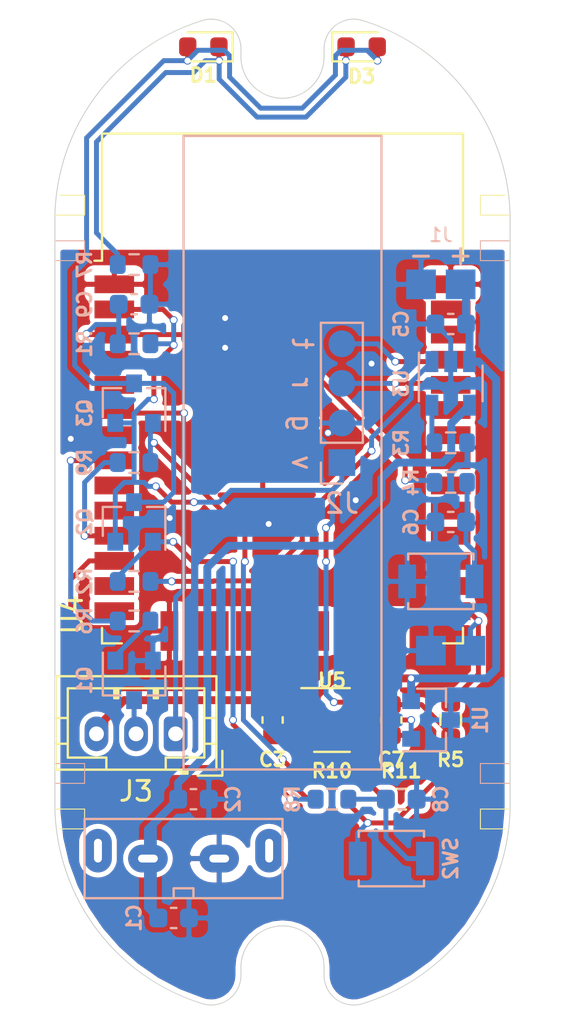
<source format=kicad_pcb>
(kicad_pcb (version 20171130) (host pcbnew "(5.1.10)-1")
  (layers (0 F.Cu signal) (31 B.Cu signal) (34 B.Paste user) (35 F.Paste user) (36 B.SilkS user) (37 F.SilkS user) (38 B.Mask user) (39 F.Mask user) (44 Edge.Cuts user))
  (net 0 "")
  (net 1 Earth)
  (net 2 VBUS)
  (net 3 BATT)
  (net 4 +3V3)
  (net 5 "Net-(C6-Pad1)")
  (net 6 "Net-(C8-Pad1)")
  (net 7 "Net-(D1-Pad1)")
  (net 8 LED)
  (net 9 RX)
  (net 10 TX)
  (net 11 IR_SENS)
  (net 12 "Net-(J3-Pad2)")
  (net 13 "Net-(Q1-Pad1)")
  (net 14 "Net-(R3-Pad1)")
  (net 15 EN)
  (net 16 BOOT)
  (net 17 IR_EN)
  (net 18 BTN)
  (net 19 "Net-(Q2-Pad1)")
  (net 20 "Net-(Q3-Pad1)")
  (net 21 CHRG)
  (net 22 "Net-(U1-Pad1)")
  (net 23 "Net-(D1-Pad2)")
  (module Resistor_SMD:R_0603_1608Metric (layer F.Cu) (at 17.5 39.5)
    (fp_text reference R11 (at 0 -1.43) (layer F.SilkS) (effects (font (size 0.7 0.7))))
    (fp_text value 33k)
    (pad 2 smd roundrect (at 0.825 0) (size 0.8 0.95) (layers F.Cu F.Paste F.Mask) (net 4 +3V3))
    (pad 1 smd roundrect (at -0.825 0) (size 0.8 0.95) (layers F.Cu F.Paste F.Mask) (net 20 "Net-(Q3-Pad1)"))
  )
  (module Resistor_SMD:R_0603_1608Metric (layer F.Cu) (at 14 39.5)
    (fp_text reference R10 (at 0 -1.43) (layer F.SilkS) (effects (font (size 0.7 0.7))))
    (fp_text value 33k)
    (pad 2 smd roundrect (at 0.825 0) (size 0.8 0.95) (layers F.Cu F.Paste F.Mask) (net 4 +3V3))
    (pad 1 smd roundrect (at -0.825 0) (size 0.8 0.95) (layers F.Cu F.Paste F.Mask) (net 19 "Net-(Q2-Pad1)"))
  )
  (module Connector_JST:JST_PH_B3B-PH-K_1x03_P2.00mm_Vertical (layer F.Cu) (at 6.1 36.2 180)
    (fp_text reference J3 (at 2 -2.9) (layer F.SilkS))
    (fp_text value GP2Y0A41SK0F)
    (pad 3 thru_hole oval (at 4 0 180) (size 1.2 1.75) (drill 0.75) (layers *.Cu *.Mask) (net 3 BATT))
    (pad 2 thru_hole oval (at 2 0 180) (size 1.2 1.75) (drill 0.75) (layers *.Cu *.Mask) (net 12 "Net-(J3-Pad2)"))
    (pad 1 thru_hole roundrect (at 0 0 180) (size 1.2 1.75) (drill 0.75) (layers *.Cu *.Mask) (roundrect_rratio 0.2083325) (net 11 IR_SENS))
  )
  (module tp:boot (layer B.Cu) (at 20.5 13.5 180)
    (fp_text reference J1 (at 1 2.5) (layer B.SilkS) (effects (font (size 0.7 0.7) (thickness 0.1)) (justify mirror)))
    (fp_text value Batt)
    (pad 2 smd rect (at 2 0 180) (size 1.5 1.5) (layers B.Cu B.Paste B.Mask) (net 1 Earth))
    (pad 1 smd rect (at 0 0 180) (size 1.5 1.5) (layers B.Cu B.Paste B.Mask) (net 3 BATT))
  )
  (module LED_SMD:LED_0603_1608Metric (layer F.Cu) (at 7.5 1.5 180)
    (fp_text reference D1 (at 0 -1.43) (layer F.SilkS) (effects (font (size 0.7 0.7))))
    (fp_text value LED/1608)
    (pad 2 smd roundrect (at 0.7875 0 180) (size 0.875 0.95) (layers F.Cu F.Paste F.Mask) (net 23 "Net-(D1-Pad2)"))
    (pad 1 smd roundrect (at -0.7875 0 180) (size 0.875 0.95) (layers F.Cu F.Paste F.Mask) (net 7 "Net-(D1-Pad1)"))
  )
  (module Package_TO_SOT_SMD:SOT-23-5 (layer F.Cu) (at 14 35.5)
    (fp_text reference U5 (at 0 -2 180) (layer F.SilkS) (effects (font (size 0.7 0.7))))
    (fp_text value MCP1802T-3302I/OT)
    (pad 5 smd rect (at 1.1 -0.95) (size 1.06 0.65) (layers F.Cu F.Paste F.Mask) (net 4 +3V3))
    (pad 4 smd rect (at 1.1 0.95) (size 1.06 0.65) (layers F.Cu F.Paste F.Mask))
    (pad 3 smd rect (at -1.1 0.95) (size 1.06 0.65) (layers F.Cu F.Paste F.Mask) (net 22 "Net-(U1-Pad1)"))
    (pad 2 smd rect (at -1.1 0) (size 1.06 0.65) (layers F.Cu F.Paste F.Mask) (net 1 Earth))
    (pad 1 smd rect (at -1.1 -0.95) (size 1.06 0.65) (layers F.Cu F.Paste F.Mask) (net 3 BATT))
  )
  (module RF_Module:ESP32-WROOM-32 (layer F.Cu) (at 11.5 21.75)
    (fp_text reference U4 (at -10.61 8.43 90) (layer F.SilkS))
    (fp_text value ESP32-WROOM-32E)
    (pad 38 smd rect (at 8.5 -8.255) (size 2 0.9) (layers F.Cu F.Paste F.Mask) (net 1 Earth))
    (pad 37 smd rect (at 8.5 -6.985) (size 2 0.9) (layers F.Cu F.Paste F.Mask))
    (pad 36 smd rect (at 8.5 -5.715) (size 2 0.9) (layers F.Cu F.Paste F.Mask))
    (pad 35 smd rect (at 8.5 -4.445) (size 2 0.9) (layers F.Cu F.Paste F.Mask) (net 10 TX))
    (pad 34 smd rect (at 8.5 -3.175) (size 2 0.9) (layers F.Cu F.Paste F.Mask) (net 9 RX))
    (pad 33 smd rect (at 8.5 -1.905) (size 2 0.9) (layers F.Cu F.Paste F.Mask))
    (pad 32 smd rect (at 8.5 -0.635) (size 2 0.9) (layers F.Cu F.Paste F.Mask))
    (pad 31 smd rect (at 8.5 0.635) (size 2 0.9) (layers F.Cu F.Paste F.Mask))
    (pad 30 smd rect (at 8.5 1.905) (size 2 0.9) (layers F.Cu F.Paste F.Mask))
    (pad 29 smd rect (at 8.5 3.175) (size 2 0.9) (layers F.Cu F.Paste F.Mask))
    (pad 28 smd rect (at 8.5 4.445) (size 2 0.9) (layers F.Cu F.Paste F.Mask))
    (pad 27 smd rect (at 8.5 5.715) (size 2 0.9) (layers F.Cu F.Paste F.Mask))
    (pad 26 smd rect (at 8.5 6.985) (size 2 0.9) (layers F.Cu F.Paste F.Mask))
    (pad 25 smd rect (at 8.5 8.255) (size 2 0.9) (layers F.Cu F.Paste F.Mask) (net 16 BOOT))
    (pad 24 smd rect (at 5.715 9.255 90) (size 2 0.9) (layers F.Cu F.Paste F.Mask))
    (pad 23 smd rect (at 4.445 9.255 90) (size 2 0.9) (layers F.Cu F.Paste F.Mask))
    (pad 22 smd rect (at 3.175 9.255 90) (size 2 0.9) (layers F.Cu F.Paste F.Mask))
    (pad 21 smd rect (at 1.905 9.255 90) (size 2 0.9) (layers F.Cu F.Paste F.Mask))
    (pad 20 smd rect (at 0.635 9.255 90) (size 2 0.9) (layers F.Cu F.Paste F.Mask))
    (pad 19 smd rect (at -0.635 9.255 90) (size 2 0.9) (layers F.Cu F.Paste F.Mask))
    (pad 18 smd rect (at -1.905 9.255 90) (size 2 0.9) (layers F.Cu F.Paste F.Mask))
    (pad 17 smd rect (at -3.175 9.255 90) (size 2 0.9) (layers F.Cu F.Paste F.Mask))
    (pad 16 smd rect (at -4.445 9.255 90) (size 2 0.9) (layers F.Cu F.Paste F.Mask))
    (pad 15 smd rect (at -5.715 9.255 90) (size 2 0.9) (layers F.Cu F.Paste F.Mask) (net 1 Earth))
    (pad 14 smd rect (at -8.5 8.255) (size 2 0.9) (layers F.Cu F.Paste F.Mask))
    (pad 13 smd rect (at -8.5 6.985) (size 2 0.9) (layers F.Cu F.Paste F.Mask))
    (pad 12 smd rect (at -8.5 5.715) (size 2 0.9) (layers F.Cu F.Paste F.Mask) (net 18 BTN))
    (pad 11 smd rect (at -8.5 4.445) (size 2 0.9) (layers F.Cu F.Paste F.Mask) (net 8 LED))
    (pad 10 smd rect (at -8.5 3.175) (size 2 0.9) (layers F.Cu F.Paste F.Mask))
    (pad 9 smd rect (at -8.5 1.905) (size 2 0.9) (layers F.Cu F.Paste F.Mask))
    (pad 8 smd rect (at -8.5 0.635) (size 2 0.9) (layers F.Cu F.Paste F.Mask) (net 17 IR_EN))
    (pad 7 smd rect (at -8.5 -0.635) (size 2 0.9) (layers F.Cu F.Paste F.Mask))
    (pad 6 smd rect (at -8.5 -1.905) (size 2 0.9) (layers F.Cu F.Paste F.Mask) (net 11 IR_SENS))
    (pad 5 smd rect (at -8.5 -3.175) (size 2 0.9) (layers F.Cu F.Paste F.Mask))
    (pad 4 smd rect (at -8.5 -4.445) (size 2 0.9) (layers F.Cu F.Paste F.Mask))
    (pad 3 smd rect (at -8.5 -5.715) (size 2 0.9) (layers F.Cu F.Paste F.Mask) (net 15 EN))
    (pad 2 smd rect (at -8.5 -6.985) (size 2 0.9) (layers F.Cu F.Paste F.Mask) (net 4 +3V3))
    (pad 1 smd rect (at -8.5 -8.255) (size 2 0.9) (layers F.Cu F.Paste F.Mask) (net 1 Earth))
    (pad 39 smd rect (at -1 -0.755) (size 5 5) (layers F.Cu F.Paste F.Mask) (net 1 Earth))
  )
  (module Package_TO_SOT_SMD:SOT-23-5 (layer B.Cu) (at 20 18.5 270)
    (fp_text reference U3 (at 0 2.5 90) (layer B.SilkS) (effects (font (size 0.7 0.7)) (justify mirror)))
    (fp_text value MCP73831)
    (pad 5 smd rect (at 1.1 0.95 270) (size 1.06 0.65) (layers B.Cu B.Paste B.Mask) (net 14 "Net-(R3-Pad1)"))
    (pad 4 smd rect (at 1.1 -0.95 270) (size 1.06 0.65) (layers B.Cu B.Paste B.Mask) (net 2 VBUS))
    (pad 3 smd rect (at -1.1 -0.95 270) (size 1.06 0.65) (layers B.Cu B.Paste B.Mask) (net 3 BATT))
    (pad 2 smd rect (at -1.1 0 270) (size 1.06 0.65) (layers B.Cu B.Paste B.Mask) (net 1 Earth))
    (pad 1 smd rect (at -1.1 0.95 270) (size 1.06 0.65) (layers B.Cu B.Paste B.Mask) (net 21 CHRG))
  )
  (module ali_Connector:USB_CType_2Pin (layer B.Cu) (at 6.5 42.5 180)
    (fp_text reference U2 hide)
    (fp_text value USB_CType_2Pin)
    (pad 9 thru_hole oval (at 1.8 0 180) (size 2 1.4) (drill oval 1 0.4) (layers *.Cu *.Mask) (net 2 VBUS))
    (pad 12 thru_hole oval (at -1.8 0 180) (size 2 1.4) (drill oval 1 0.4) (layers *.Cu *.Mask) (net 1 Earth))
    (pad "" thru_hole oval (at 4.325 0.4 180) (size 1.4 2.2) (drill oval 0.4 1.2) (layers *.Cu *.Mask))
    (pad "" thru_hole oval (at -4.325 0.4 180) (size 1.4 2.2) (drill oval 0.4 1.2) (layers *.Cu *.Mask))
  )
  (module Package_TO_SOT_SMD:SOT-23 (layer B.Cu) (at 19 35.5)
    (fp_text reference U1 (at 2.5 0 90) (layer B.SilkS) (effects (font (size 0.7 0.7)) (justify mirror)))
    (fp_text value MCP100-315D)
    (pad 3 smd rect (at 1 0) (size 0.9 0.8) (layers B.Cu B.Paste B.Mask) (net 1 Earth))
    (pad 2 smd rect (at -1 -0.95) (size 0.9 0.8) (layers B.Cu B.Paste B.Mask) (net 3 BATT))
    (pad 1 smd rect (at -1 0.95) (size 0.9 0.8) (layers B.Cu B.Paste B.Mask) (net 22 "Net-(U1-Pad1)"))
  )
  (module tp:boot (layer B.Cu) (at 19 32)
    (fp_text reference TP1 hide)
    (fp_text value TestPoint_2Pole)
    (pad 2 smd rect (at 2 0) (size 1.5 1.5) (layers B.Cu B.Paste B.Mask) (net 16 BOOT))
    (pad 1 smd rect (at 0 0) (size 1.5 1.5) (layers B.Cu B.Paste B.Mask) (net 1 Earth))
  )
  (module Button_Switch_SMD:SW_SPST_B3U-1000P (layer B.Cu) (at 17 42.5)
    (fp_text reference SW2 (at 3 0 90) (layer B.SilkS) (effects (font (size 0.7 0.7)) (justify mirror)))
    (fp_text value "Pairing Btn")
    (pad 2 smd rect (at 1.7 0) (size 0.9 1.7) (layers B.Cu B.Paste B.Mask) (net 6 "Net-(C8-Pad1)"))
    (pad 1 smd rect (at -1.7 0) (size 0.9 1.7) (layers B.Cu B.Paste B.Mask) (net 4 +3V3))
  )
  (module Button_Switch_SMD:SW_SPST_B3U-1000P (layer B.Cu) (at 19.5 28.5)
    (fp_text reference SW1 hide)
    (fp_text value "EN Btn")
    (pad 2 smd rect (at 1.7 0) (size 0.9 1.7) (layers B.Cu B.Paste B.Mask) (net 5 "Net-(C6-Pad1)"))
    (pad 1 smd rect (at -1.7 0) (size 0.9 1.7) (layers B.Cu B.Paste B.Mask) (net 1 Earth))
  )
  (module Resistor_SMD:R_0603_1608Metric (layer B.Cu) (at 4 22.5)
    (fp_text reference R9 (at -2.5 0 90) (layer B.SilkS) (effects (font (size 0.7 0.7)) (justify mirror)))
    (fp_text value 33k)
    (pad 2 smd roundrect (at 0.825 0) (size 0.8 0.95) (layers B.Cu B.Paste B.Mask) (net 20 "Net-(Q3-Pad1)"))
    (pad 1 smd roundrect (at -0.825 0) (size 0.8 0.95) (layers B.Cu B.Paste B.Mask) (net 8 LED))
  )
  (module Resistor_SMD:R_0603_1608Metric (layer B.Cu) (at 14 39.5)
    (fp_text reference R8 (at -2 0 90) (layer B.SilkS) (effects (font (size 0.7 0.7)) (justify mirror)))
    (fp_text value 1k)
    (pad 2 smd roundrect (at 0.825 0) (size 0.8 0.95) (layers B.Cu B.Paste B.Mask) (net 6 "Net-(C8-Pad1)"))
    (pad 1 smd roundrect (at -0.825 0) (size 0.8 0.95) (layers B.Cu B.Paste B.Mask) (net 18 BTN))
  )
  (module Resistor_SMD:R_0603_1608Metric (layer B.Cu) (at 4 12.5 180)
    (fp_text reference R7 (at 2.5 0 90) (layer B.SilkS) (effects (font (size 0.7 0.7)) (justify mirror)))
    (fp_text value 1k)
    (pad 2 smd roundrect (at 0.825 0 180) (size 0.8 0.95) (layers B.Cu B.Paste B.Mask) (net 7 "Net-(D1-Pad1)"))
    (pad 1 smd roundrect (at -0.825 0 180) (size 0.8 0.95) (layers B.Cu B.Paste B.Mask) (net 1 Earth))
  )
  (module Resistor_SMD:R_0603_1608Metric (layer B.Cu) (at 4 30.5 180)
    (fp_text reference R6 (at 2.5 0 90) (layer B.SilkS) (effects (font (size 0.7 0.7)) (justify mirror)))
    (fp_text value 100)
    (pad 2 smd roundrect (at 0.825 0 180) (size 0.8 0.95) (layers B.Cu B.Paste B.Mask) (net 17 IR_EN))
    (pad 1 smd roundrect (at -0.825 0 180) (size 0.8 0.95) (layers B.Cu B.Paste B.Mask) (net 13 "Net-(Q1-Pad1)"))
  )
  (module Resistor_SMD:R_0603_1608Metric_Pad0.98x0.95mm_HandSolder (layer F.Cu) (at 20 35.5 270)
    (fp_text reference R5 (at 2 0 180) (layer F.SilkS) (effects (font (size 0.7 0.7))))
    (fp_text value 10k)
    (pad 2 smd roundrect (at 0.9125 0 270) (size 0.975 0.95) (layers F.Cu F.Paste F.Mask) (net 4 +3V3))
    (pad 1 smd roundrect (at -0.9125 0 270) (size 0.975 0.95) (layers F.Cu F.Paste F.Mask) (net 16 BOOT))
  )
  (module Resistor_SMD:R_0603_1608Metric (layer B.Cu) (at 20 23.5)
    (fp_text reference R4 (at -2 0 90) (layer B.SilkS) (effects (font (size 0.7 0.7)) (justify mirror)))
    (fp_text value 0)
    (pad 2 smd roundrect (at 0.825 0) (size 0.8 0.95) (layers B.Cu B.Paste B.Mask) (net 5 "Net-(C6-Pad1)"))
    (pad 1 smd roundrect (at -0.825 0) (size 0.8 0.95) (layers B.Cu B.Paste B.Mask) (net 15 EN))
  )
  (module Resistor_SMD:R_0603_1608Metric (layer B.Cu) (at 20 21.5)
    (fp_text reference R3 (at -2.5 0 90) (layer B.SilkS) (effects (font (size 0.7 0.7)) (justify mirror)))
    (fp_text value 2k)
    (pad 2 smd roundrect (at 0.825 0) (size 0.8 0.95) (layers B.Cu B.Paste B.Mask) (net 1 Earth))
    (pad 1 smd roundrect (at -0.825 0) (size 0.8 0.95) (layers B.Cu B.Paste B.Mask) (net 14 "Net-(R3-Pad1)"))
  )
  (module Resistor_SMD:R_0603_1608Metric (layer B.Cu) (at 4 28.5 180)
    (fp_text reference R2 (at 2.5 0 90) (layer B.SilkS) (effects (font (size 0.7 0.7)) (justify mirror)))
    (fp_text value 33k)
    (pad 2 smd roundrect (at 0.825 0 180) (size 0.8 0.95) (layers B.Cu B.Paste B.Mask) (net 19 "Net-(Q2-Pad1)"))
    (pad 1 smd roundrect (at -0.825 0 180) (size 0.8 0.95) (layers B.Cu B.Paste B.Mask) (net 21 CHRG))
  )
  (module Resistor_SMD:R_0603_1608Metric (layer B.Cu) (at 4 16.5)
    (fp_text reference R1 (at -2.5 0 90) (layer B.SilkS) (effects (font (size 0.7 0.7)) (justify mirror)))
    (fp_text value 10k)
    (pad 2 smd roundrect (at 0.825 0) (size 0.8 0.95) (layers B.Cu B.Paste B.Mask) (net 4 +3V3))
    (pad 1 smd roundrect (at -0.825 0) (size 0.8 0.95) (layers B.Cu B.Paste B.Mask) (net 15 EN))
  )
  (module Package_TO_SOT_SMD:SOT-23 (layer B.Cu) (at 4 19.5 90)
    (fp_text reference Q3 (at -0.5 -2.5 270) (layer B.SilkS) (effects (font (size 0.7 0.7)) (justify mirror)))
    (fp_text value BC856B,215)
    (pad 3 smd rect (at 1 0 90) (size 0.9 0.8) (layers B.Cu B.Paste B.Mask) (net 23 "Net-(D1-Pad2)"))
    (pad 2 smd rect (at -1 -0.95 90) (size 0.9 0.8) (layers B.Cu B.Paste B.Mask) (net 4 +3V3))
    (pad 1 smd rect (at -1 0.95 90) (size 0.9 0.8) (layers B.Cu B.Paste B.Mask) (net 20 "Net-(Q3-Pad1)"))
  )
  (module Package_TO_SOT_SMD:SOT-23 (layer B.Cu) (at 4 25.5 90)
    (fp_text reference Q2 (at 0 -2.5 270) (layer B.SilkS) (effects (font (size 0.7 0.7)) (justify mirror)))
    (fp_text value BC856B,215)
    (pad 3 smd rect (at 1 0 90) (size 0.9 0.8) (layers B.Cu B.Paste B.Mask) (net 23 "Net-(D1-Pad2)"))
    (pad 2 smd rect (at -1 -0.95 90) (size 0.9 0.8) (layers B.Cu B.Paste B.Mask) (net 4 +3V3))
    (pad 1 smd rect (at -1 0.95 90) (size 0.9 0.8) (layers B.Cu B.Paste B.Mask) (net 19 "Net-(Q2-Pad1)"))
  )
  (module Package_TO_SOT_SMD:SOT-23 (layer B.Cu) (at 4 33.5 270)
    (fp_text reference Q1 (at 0 2.5 270) (layer B.SilkS) (effects (font (size 0.7 0.7)) (justify mirror)))
    (fp_text value npn)
    (pad 3 smd rect (at 1 0 270) (size 0.9 0.8) (layers B.Cu B.Paste B.Mask) (net 12 "Net-(J3-Pad2)"))
    (pad 2 smd rect (at -1 -0.95 270) (size 0.9 0.8) (layers B.Cu B.Paste B.Mask) (net 1 Earth))
    (pad 1 smd rect (at -1 0.95 270) (size 0.9 0.8) (layers B.Cu B.Paste B.Mask) (net 13 "Net-(Q1-Pad1)"))
  )
  (module Connector_PinHeader_2.00mm:PinHeader_1x04_P2.00mm_Vertical (layer B.Cu) (at 14.5 22.5)
    (fp_text reference J2 (at 0 2.06) (layer B.SilkS) (effects (justify mirror)))
    (fp_text value ISP)
    (pad 4 smd oval (at 0 -6) (size 1.35 1.35) (layers B.Cu B.Paste B.Mask) (net 10 TX))
    (pad 3 smd oval (at 0 -4) (size 1.35 1.35) (layers B.Cu B.Paste B.Mask) (net 9 RX))
    (pad 2 smd oval (at 0 -2) (size 1.35 1.35) (layers B.Cu B.Paste B.Mask) (net 1 Earth))
    (pad 1 smd rect (at 0 0) (size 1.35 1.35) (layers B.Cu B.Paste B.Mask) (net 4 +3V3))
  )
  (module LED_SMD:LED_0603_1608Metric (layer F.Cu) (at 15.5 1.5)
    (fp_text reference D3 (at 0 1.5) (layer F.SilkS) (effects (font (size 0.7 0.7))))
    (fp_text value LED/1608)
    (pad 2 smd roundrect (at 0.7875 0) (size 0.875 0.95) (layers F.Cu F.Paste F.Mask) (net 23 "Net-(D1-Pad2)"))
    (pad 1 smd roundrect (at -0.7875 0) (size 0.875 0.95) (layers F.Cu F.Paste F.Mask) (net 7 "Net-(D1-Pad1)"))
  )
  (module Capacitor_SMD:C_0603_1608Metric (layer B.Cu) (at 4 14.5)
    (fp_text reference C9 (at -2.5 0 90) (layer B.SilkS) (effects (font (size 0.7 0.7)) (justify mirror)))
    (fp_text value 1u)
    (pad 2 smd roundrect (at 0.775 0) (size 0.9 0.95) (layers B.Cu B.Paste B.Mask) (net 1 Earth))
    (pad 1 smd roundrect (at -0.775 0) (size 0.9 0.95) (layers B.Cu B.Paste B.Mask) (net 15 EN))
  )
  (module Capacitor_SMD:C_0603_1608Metric (layer B.Cu) (at 17.5 39.5)
    (fp_text reference C8 (at 2 0 90) (layer B.SilkS) (effects (font (size 0.7 0.7)) (justify mirror)))
    (fp_text value 100n)
    (pad 2 smd roundrect (at 0.775 0) (size 0.9 0.95) (layers B.Cu B.Paste B.Mask) (net 1 Earth))
    (pad 1 smd roundrect (at -0.775 0) (size 0.9 0.95) (layers B.Cu B.Paste B.Mask) (net 6 "Net-(C8-Pad1)"))
  )
  (module Capacitor_SMD:C_0603_1608Metric (layer F.Cu) (at 17 35.5 270)
    (fp_text reference C7 (at 2 0 180) (layer F.SilkS) (effects (font (size 0.7 0.7))))
    (fp_text value 100n)
    (pad 2 smd roundrect (at 0.775 0 270) (size 0.9 0.95) (layers F.Cu F.Paste F.Mask) (net 1 Earth))
    (pad 1 smd roundrect (at -0.775 0 270) (size 0.9 0.95) (layers F.Cu F.Paste F.Mask) (net 4 +3V3))
  )
  (module Capacitor_SMD:C_0603_1608Metric (layer B.Cu) (at 20 25.5 180)
    (fp_text reference C6 (at 2 0 90) (layer B.SilkS) (effects (font (size 0.7 0.7)) (justify mirror)))
    (fp_text value 100n)
    (pad 2 smd roundrect (at 0.775 0 180) (size 0.9 0.95) (layers B.Cu B.Paste B.Mask) (net 1 Earth))
    (pad 1 smd roundrect (at -0.775 0 180) (size 0.9 0.95) (layers B.Cu B.Paste B.Mask) (net 5 "Net-(C6-Pad1)"))
  )
  (module Capacitor_SMD:C_0603_1608Metric (layer B.Cu) (at 20 15.5 180)
    (fp_text reference C5 (at 2.5 0 90) (layer B.SilkS) (effects (font (size 0.7 0.7)) (justify mirror)))
    (fp_text value 10u)
    (pad 2 smd roundrect (at 0.775 0 180) (size 0.9 0.95) (layers B.Cu B.Paste B.Mask) (net 1 Earth))
    (pad 1 smd roundrect (at -0.775 0 180) (size 0.9 0.95) (layers B.Cu B.Paste B.Mask) (net 3 BATT))
  )
  (module Capacitor_SMD:C_0603_1608Metric (layer F.Cu) (at 11 35.5 270)
    (fp_text reference C3 (at 2 0 180) (layer F.SilkS) (effects (font (size 0.7 0.7))))
    (fp_text value 100n)
    (pad 2 smd roundrect (at 0.775 0 270) (size 0.9 0.95) (layers F.Cu F.Paste F.Mask) (net 1 Earth))
    (pad 1 smd roundrect (at -0.775 0 270) (size 0.9 0.95) (layers F.Cu F.Paste F.Mask) (net 3 BATT))
  )
  (module Capacitor_SMD:C_0603_1608Metric (layer B.Cu) (at 7 39.5)
    (fp_text reference C2 (at 2 0 90) (layer B.SilkS) (effects (font (size 0.7 0.7)) (justify mirror)))
    (fp_text value 100n)
    (pad 2 smd roundrect (at 0.775 0) (size 0.9 0.95) (layers B.Cu B.Paste B.Mask) (net 1 Earth))
    (pad 1 smd roundrect (at -0.775 0) (size 0.9 0.95) (layers B.Cu B.Paste B.Mask) (net 2 VBUS))
  )
  (module Capacitor_SMD:C_0603_1608Metric (layer B.Cu) (at 6 45.5)
    (fp_text reference C1 (at -2 0 90) (layer B.SilkS) (effects (font (size 0.7 0.7)) (justify mirror)))
    (fp_text value 10u)
    (pad 2 smd roundrect (at 0.775 0) (size 0.9 0.95) (layers B.Cu B.Paste B.Mask) (net 1 Earth))
    (pad 1 smd roundrect (at -0.775 0) (size 0.9 0.95) (layers B.Cu B.Paste B.Mask) (net 2 VBUS))
  )
  (gr_text "-\n" (at 18.5 12) (layer B.SilkS) (effects (font (size 1 1)) (justify mirror)))
  (gr_text "+\n" (at 20.5 12) (layer B.SilkS) (effects (font (size 1 1)) (justify mirror)))
  (gr_text v (at 12.5 22.5 270) (layer B.SilkS) (effects (font (size 1 1)) (justify mirror)))
  (gr_text g (at 12.5 20.5 270) (layer B.SilkS) (effects (font (size 1 1)) (justify mirror)))
  (gr_text r (at 12.5 18.5 270) (layer B.SilkS) (effects (font (size 1 1)) (justify mirror)))
  (gr_text t (at 12.5 16.5 270) (layer B.SilkS) (effects (font (size 1 1)) (justify mirror)))
  (gr_line (start 1.5 37.699999) (end 1.5 38.699999) (layer B.SilkS) (width 0.05))
  (gr_line (start 16.5 6) (end 16.5 38) (layer B.SilkS) (width 0.12))
  (gr_line (start 6.5 6) (end 16.5 6) (layer B.SilkS) (width 0.12))
  (gr_line (start 6.5 38) (end 6.5 6) (layer B.SilkS) (width 0.12))
  (gr_line (start 16.5 38) (end 6.5 38) (layer B.SilkS) (width 0.12))
  (gr_arc (start 7.9 48.395781) (end 7.409563 49.813264) (angle -109.0851826) (layer Edge.Cuts) (width 0.05))
  (gr_line (start 9.4 48) (end 9.4 48.395781) (layer Edge.Cuts) (width 0.05))
  (gr_arc (start 11.5 48) (end 13.6 48) (angle -180) (layer Edge.Cuts) (width 0.05))
  (gr_line (start 13.6 48.395781) (end 13.6 48) (layer Edge.Cuts) (width 0.05))
  (gr_arc (start 15.1 48.395781) (end 13.6 48.395781) (angle -109.1724169) (layer Edge.Cuts) (width 0.05))
  (gr_arc (start 12.441708 39.731848) (end 15.592618 49.812583) (angle -71.187608) (layer Edge.Cuts) (width 0.05))
  (gr_line (start 23 10) (end 23 40) (layer Edge.Cuts) (width 0.05))
  (gr_arc (start 12.441708 10.268151) (end 23 10) (angle -71.20000161) (layer Edge.Cuts) (width 0.05))
  (gr_arc (start 15.1 1.604218) (end 15.590438 0.186736) (angle -109.0852312) (layer Edge.Cuts) (width 0.05))
  (gr_line (start 13.6 2) (end 13.6 1.604218) (layer Edge.Cuts) (width 0.05))
  (gr_arc (start 11.5 2) (end 9.4 2) (angle -180) (layer Edge.Cuts) (width 0.05))
  (gr_line (start 9.4 1.604218) (end 9.4 2) (layer Edge.Cuts) (width 0.05))
  (gr_arc (start 7.900001 1.604218) (end 9.4 1.604218) (angle -109.1724169) (layer Edge.Cuts) (width 0.05))
  (gr_arc (start 10.558293 10.268151) (end 7.407383 0.187416) (angle -71.18761356) (layer Edge.Cuts) (width 0.05))
  (gr_line (start 0 40) (end 0 10) (layer Edge.Cuts) (width 0.05))
  (gr_arc (start 10.558293 39.731848) (end 0 40) (angle -71.19999794) (layer Edge.Cuts) (width 0.05))
  (gr_line (start 1.5 38.699999) (end 0 38.7) (layer B.SilkS) (width 0.05))
  (gr_line (start 0 37.7) (end 1.5 37.699999) (layer B.SilkS) (width 0.05))
  (gr_line (start 1.5 41) (end 0.25 41) (layer F.SilkS) (width 0.05))
  (gr_line (start 1.5 40) (end 1.5 41) (layer F.SilkS) (width 0.05))
  (gr_line (start 0 39.999999) (end 1.5 40) (layer F.SilkS) (width 0.05))
  (gr_line (start 21.5 38.699999) (end 23 38.699999) (layer B.SilkS) (width 0.05))
  (gr_line (start 21.5 37.699999) (end 21.5 38.699999) (layer B.SilkS) (width 0.05))
  (gr_line (start 23 37.699999) (end 21.5 37.699999) (layer B.SilkS) (width 0.05))
  (gr_line (start 21.5 40) (end 23 40) (layer F.SilkS) (width 0.05))
  (gr_line (start 21.5 41) (end 21.5 40) (layer F.SilkS) (width 0.05))
  (gr_line (start 22.75 41) (end 21.5 41) (layer F.SilkS) (width 0.05))
  (gr_line (start 21.5 9) (end 22.75 9) (layer F.SilkS) (width 0.05))
  (gr_line (start 21.5 10) (end 21.5 9) (layer F.SilkS) (width 0.05))
  (gr_line (start 23 10) (end 21.5 10) (layer F.SilkS) (width 0.05))
  (gr_line (start 21.5 12.3) (end 23 12.299999) (layer B.SilkS) (width 0.05))
  (gr_line (start 21.5 11.3) (end 21.5 12.3) (layer B.SilkS) (width 0.05))
  (gr_line (start 23 11.299999) (end 21.5 11.3) (layer B.SilkS) (width 0.05))
  (gr_line (start 1.5 10) (end 0 10) (layer F.SilkS) (width 0.05))
  (gr_line (start 1.5 9) (end 1.5 10) (layer F.SilkS) (width 0.05))
  (gr_line (start 0.25 9) (end 1.5 9) (layer F.SilkS) (width 0.05))
  (gr_line (start 1.500001 12.3) (end 0 12.3) (layer B.SilkS) (width 0.05))
  (gr_line (start 1.5 11.3) (end 1.500001 12.3) (layer B.SilkS) (width 0.05))
  (gr_line (start 0 11.3) (end 1.5 11.3) (layer B.SilkS) (width 0.05))
  (segment (start 13.795 20.995) (end 13.8 21) (width 0.25) (layer F.Cu) (net 1))
  (via (at 13.8 21) (size 0.4) (drill 0.3) (layers F.Cu B.Cu) (net 1))
  (segment (start 10.5 20.995) (end 13.795 20.995) (width 0.25) (layer F.Cu) (net 1))
  (segment (start 14 21) (end 14.5 20.5) (width 0.25) (layer B.Cu) (net 1))
  (segment (start 13.8 21) (end 14 21) (width 0.25) (layer B.Cu) (net 1))
  (via (at 8.6 15.2) (size 0.4) (drill 0.3) (layers F.Cu B.Cu) (net 1))
  (segment (start 6.895 13.495) (end 8.6 15.2) (width 0.25) (layer F.Cu) (net 1))
  (segment (start 3 13.495) (end 6.895 13.495) (width 0.25) (layer F.Cu) (net 1))
  (via (at 8.6 16.7) (size 0.4) (drill 0.3) (layers F.Cu B.Cu) (net 1))
  (segment (start 8.6 15.2) (end 8.6 16.7) (width 0.25) (layer B.Cu) (net 1))
  (segment (start 8.6 16.7) (end 9.8 16.7) (width 0.25) (layer F.Cu) (net 1))
  (segment (start 10.5 17.4) (end 10.5 20.995) (width 0.25) (layer F.Cu) (net 1))
  (segment (start 9.8 16.7) (end 10.5 17.4) (width 0.25) (layer F.Cu) (net 1))
  (segment (start 8.6 15.2) (end 6.8 15.2) (width 0.25) (layer B.Cu) (net 1))
  (segment (start 6.1 14.5) (end 4.775 14.5) (width 0.25) (layer B.Cu) (net 1))
  (segment (start 6.8 15.2) (end 6.1 14.5) (width 0.25) (layer B.Cu) (net 1))
  (segment (start 11.775 35.5) (end 11 36.275) (width 0.25) (layer F.Cu) (net 1))
  (segment (start 12.9 35.5) (end 11.775 35.5) (width 0.25) (layer F.Cu) (net 1))
  (segment (start 20 16.275) (end 19.225 15.5) (width 0.25) (layer B.Cu) (net 1))
  (segment (start 20 17.4) (end 20 16.275) (width 0.25) (layer B.Cu) (net 1))
  (via (at 10.8 25.6) (size 0.4) (drill 0.3) (layers F.Cu B.Cu) (net 1))
  (via (at 15.2 24.4) (size 0.4) (drill 0.3) (layers F.Cu B.Cu) (net 1))
  (via (at 0.8 21.3) (size 0.4) (drill 0.3) (layers F.Cu B.Cu) (net 1))
  (via (at 5.8 25.3) (size 0.4) (drill 0.3) (layers F.Cu B.Cu) (net 1))
  (via (at 16 17.5) (size 0.4) (drill 0.3) (layers F.Cu B.Cu) (net 1))
  (segment (start 4.825 14.45) (end 4.775 14.5) (width 0.25) (layer B.Cu) (net 1))
  (segment (start 4.825 12.5) (end 4.825 14.45) (width 0.25) (layer B.Cu) (net 1))
  (segment (start 20 35.5) (end 20 37) (width 0.25) (layer B.Cu) (net 1))
  (segment (start 20 37) (end 19 38) (width 0.25) (layer B.Cu) (net 1))
  (via (at 17 38) (size 0.4) (drill 0.3) (layers F.Cu B.Cu) (net 1))
  (segment (start 19 38) (end 17 38) (width 0.25) (layer B.Cu) (net 1))
  (segment (start 17 38) (end 17 36.275) (width 0.25) (layer F.Cu) (net 1))
  (segment (start 13.009998 38) (end 17 38) (width 0.25) (layer F.Cu) (net 1))
  (segment (start 11.284998 36.275) (end 13.009998 38) (width 0.25) (layer F.Cu) (net 1))
  (segment (start 11 36.275) (end 11.284998 36.275) (width 0.25) (layer F.Cu) (net 1))
  (segment (start 4.95 40.775) (end 6.225 39.5) (width 0.4) (layer B.Cu) (net 2))
  (segment (start 4.95 42.5) (end 4.95 40.775) (width 0.4) (layer B.Cu) (net 2))
  (segment (start 4.95 45.225) (end 5.225 45.5) (width 0.4) (layer B.Cu) (net 2))
  (segment (start 4.95 42.5) (end 4.95 45.225) (width 0.4) (layer B.Cu) (net 2))
  (segment (start 4.7 41.025) (end 4.95 40.775) (width 0.4) (layer B.Cu) (net 2))
  (segment (start 4.7 42.5) (end 4.7 41.025) (width 0.4) (layer B.Cu) (net 2))
  (segment (start 4.7 44.975) (end 5.225 45.5) (width 0.4) (layer B.Cu) (net 2))
  (segment (start 4.7 42.5) (end 4.7 44.975) (width 0.4) (layer B.Cu) (net 2))
  (segment (start 20.02499 20.52501) (end 20.95 19.6) (width 0.4) (layer B.Cu) (net 2))
  (segment (start 19.6 22.5) (end 20.02499 22.07501) (width 0.4) (layer B.Cu) (net 2))
  (segment (start 16.5 23.3) (end 17.3 22.5) (width 0.4) (layer B.Cu) (net 2))
  (segment (start 20.02499 22.07501) (end 20.02499 20.52501) (width 0.4) (layer B.Cu) (net 2))
  (segment (start 17.3 22.5) (end 19.6 22.5) (width 0.4) (layer B.Cu) (net 2))
  (segment (start 7.7 27.8) (end 8.8 26.7) (width 0.4) (layer B.Cu) (net 2))
  (segment (start 7.7 37.2) (end 7.7 27.8) (width 0.4) (layer B.Cu) (net 2))
  (segment (start 16.5 24.3) (end 16.5 23.3) (width 0.4) (layer B.Cu) (net 2))
  (segment (start 8.8 26.7) (end 14.1 26.7) (width 0.4) (layer B.Cu) (net 2))
  (segment (start 6.225 38.675) (end 7.7 37.2) (width 0.4) (layer B.Cu) (net 2))
  (segment (start 14.1 26.7) (end 16.5 24.3) (width 0.4) (layer B.Cu) (net 2))
  (segment (start 6.225 39.5) (end 6.225 38.675) (width 0.4) (layer B.Cu) (net 2))
  (segment (start 20.95 15.675) (end 20.775 15.5) (width 0.4) (layer B.Cu) (net 3))
  (segment (start 20.95 17.4) (end 20.95 15.675) (width 0.4) (layer B.Cu) (net 3))
  (segment (start 20.775 13.775) (end 20.5 13.5) (width 0.4) (layer B.Cu) (net 3))
  (segment (start 20.775 15.5) (end 20.775 13.775) (width 0.4) (layer B.Cu) (net 3))
  (segment (start 20.95 17.4) (end 21.4 17.4) (width 0.4) (layer B.Cu) (net 3))
  (segment (start 21.4 17.4) (end 22.3 18.3) (width 0.4) (layer B.Cu) (net 3))
  (segment (start 11.175 34.55) (end 11 34.725) (width 0.4) (layer F.Cu) (net 3))
  (segment (start 12.9 34.55) (end 11.175 34.55) (width 0.4) (layer F.Cu) (net 3))
  (segment (start 2.5 36) (end 2.5 35.5) (width 0.4) (layer F.Cu) (net 3))
  (segment (start 2.5 35.5) (end 3.5 34.5) (width 0.4) (layer F.Cu) (net 3))
  (segment (start 10.775 34.5) (end 11 34.725) (width 0.4) (layer F.Cu) (net 3))
  (segment (start 3.5 34.5) (end 10.775 34.5) (width 0.4) (layer F.Cu) (net 3))
  (segment (start 12.9 34.55) (end 12.95 34.55) (width 0.4) (layer F.Cu) (net 3))
  (segment (start 12.95 34.55) (end 14.1 33.4) (width 0.4) (layer F.Cu) (net 3))
  (via (at 18 33.4) (size 0.4) (drill 0.3) (layers F.Cu B.Cu) (net 3))
  (segment (start 14.1 33.4) (end 18 33.4) (width 0.4) (layer F.Cu) (net 3))
  (segment (start 18 33.4) (end 18 34.55) (width 0.4) (layer B.Cu) (net 3))
  (segment (start 22.3 32.920002) (end 22.3 32.6) (width 0.4) (layer B.Cu) (net 3))
  (segment (start 21.820002 33.4) (end 22.3 32.920002) (width 0.4) (layer B.Cu) (net 3))
  (segment (start 18 33.4) (end 21.820002 33.4) (width 0.4) (layer B.Cu) (net 3))
  (segment (start 22.3 18.3) (end 22.3 32.6) (width 0.4) (layer B.Cu) (net 3))
  (segment (start 2.1 35.9) (end 3.5 34.5) (width 0.4) (layer F.Cu) (net 3))
  (segment (start 2.1 36.2) (end 2.1 35.9) (width 0.4) (layer F.Cu) (net 3))
  (segment (start 4 21.3) (end 4 23) (width 0.25) (layer B.Cu) (net 4))
  (segment (start 3.05 23.95) (end 3.05 26.5) (width 0.25) (layer B.Cu) (net 4))
  (via (at 5 19.3) (size 0.4) (drill 0.3) (layers F.Cu B.Cu) (net 4))
  (segment (start 5 17.6) (end 5 19.3) (width 0.25) (layer F.Cu) (net 4))
  (segment (start 4.714998 19.3) (end 4 20.014998) (width 0.25) (layer B.Cu) (net 4))
  (segment (start 5 19.3) (end 4.714998 19.3) (width 0.25) (layer B.Cu) (net 4))
  (segment (start 3.9 20.5) (end 4 20.6) (width 0.25) (layer B.Cu) (net 4))
  (segment (start 4 20.6) (end 4 21.3) (width 0.25) (layer B.Cu) (net 4))
  (segment (start 3.05 20.5) (end 3.9 20.5) (width 0.25) (layer B.Cu) (net 4))
  (segment (start 4 20.014998) (end 4 20.6) (width 0.25) (layer B.Cu) (net 4))
  (segment (start 14.5 23.425) (end 14.025 23.9) (width 0.25) (layer B.Cu) (net 4))
  (segment (start 14.5 22.5) (end 14.5 23.425) (width 0.25) (layer B.Cu) (net 4))
  (via (at 5.1 23.7) (size 0.4) (drill 0.3) (layers F.Cu B.Cu) (net 4))
  (segment (start 5.1 23.7) (end 4.7 23.7) (width 0.25) (layer B.Cu) (net 4))
  (via (at 6 15.3) (size 0.4) (drill 0.3) (layers F.Cu B.Cu) (net 4))
  (segment (start 5.465 14.765) (end 6 15.3) (width 0.25) (layer F.Cu) (net 4))
  (segment (start 3 14.765) (end 5.465 14.765) (width 0.25) (layer F.Cu) (net 4))
  (segment (start 6 15.3) (end 6 16.5) (width 0.25) (layer B.Cu) (net 4))
  (segment (start 6 16.5) (end 4.825 16.5) (width 0.25) (layer B.Cu) (net 4))
  (via (at 6 16.56) (size 0.4) (drill 0.3) (layers F.Cu B.Cu) (net 4))
  (segment (start 6 16.5) (end 6 16.56) (width 0.25) (layer B.Cu) (net 4))
  (segment (start 6 16.6) (end 5 17.6) (width 0.25) (layer F.Cu) (net 4))
  (segment (start 6 16.56) (end 6 16.6) (width 0.25) (layer F.Cu) (net 4))
  (via (at 15.8 40.7) (size 0.4) (drill 0.3) (layers F.Cu B.Cu) (net 4))
  (segment (start 15.3 41.2) (end 15.8 40.7) (width 0.25) (layer B.Cu) (net 4))
  (segment (start 15.3 42.5) (end 15.3 41.2) (width 0.25) (layer B.Cu) (net 4))
  (segment (start 16.825 34.55) (end 17 34.725) (width 0.25) (layer F.Cu) (net 4))
  (segment (start 15.1 34.55) (end 16.825 34.55) (width 0.25) (layer F.Cu) (net 4))
  (segment (start 17 34.725) (end 18.525 34.725) (width 0.25) (layer F.Cu) (net 4))
  (segment (start 20 36.2) (end 20 36.4125) (width 0.25) (layer F.Cu) (net 4))
  (segment (start 18.525 34.725) (end 20 36.2) (width 0.25) (layer F.Cu) (net 4))
  (via (at 13.7 25.8) (size 0.4) (drill 0.3) (layers F.Cu B.Cu) (net 4))
  (segment (start 14.025 25.475) (end 13.7 25.8) (width 0.25) (layer B.Cu) (net 4))
  (segment (start 14.025 23.9) (end 14.025 25.475) (width 0.25) (layer B.Cu) (net 4))
  (via (at 13.7 27.5) (size 0.4) (drill 0.3) (layers F.Cu B.Cu) (net 4))
  (segment (start 13.7 25.8) (end 13.7 27.5) (width 0.25) (layer F.Cu) (net 4))
  (via (at 14.1 34.6) (size 0.4) (drill 0.3) (layers F.Cu B.Cu) (net 4))
  (segment (start 13.7 34.2) (end 14.1 34.6) (width 0.25) (layer B.Cu) (net 4))
  (segment (start 13.7 27.5) (end 13.7 34.2) (width 0.25) (layer B.Cu) (net 4))
  (segment (start 15.05 34.6) (end 15.1 34.55) (width 0.25) (layer F.Cu) (net 4))
  (segment (start 14.1 34.6) (end 15.05 34.6) (width 0.25) (layer F.Cu) (net 4))
  (segment (start 3.5 23.5) (end 3.05 23.95) (width 0.25) (layer B.Cu) (net 4))
  (segment (start 4.7 23.7) (end 4.5 23.5) (width 0.25) (layer B.Cu) (net 4))
  (segment (start 4 23) (end 4 23.5) (width 0.25) (layer B.Cu) (net 4))
  (segment (start 4 23.5) (end 3.5 23.5) (width 0.25) (layer B.Cu) (net 4))
  (segment (start 4.5 23.5) (end 4 23.5) (width 0.25) (layer B.Cu) (net 4))
  (segment (start 14.825 39.725) (end 15.8 40.7) (width 0.25) (layer F.Cu) (net 4))
  (segment (start 14.825 39.5) (end 14.825 39.725) (width 0.25) (layer F.Cu) (net 4))
  (segment (start 20 37.825) (end 18.325 39.5) (width 0.25) (layer F.Cu) (net 4))
  (segment (start 20 36.4125) (end 20 37.825) (width 0.25) (layer F.Cu) (net 4))
  (segment (start 17.125 40.7) (end 15.8 40.7) (width 0.25) (layer F.Cu) (net 4))
  (segment (start 18.325 39.5) (end 17.125 40.7) (width 0.25) (layer F.Cu) (net 4))
  (segment (start 5.1 23.7) (end 5.9 24.5) (width 0.25) (layer F.Cu) (net 4))
  (via (at 7.025 24.5) (size 0.4) (drill 0.3) (layers F.Cu B.Cu) (net 4))
  (segment (start 5.9 24.5) (end 7.025 24.5) (width 0.25) (layer F.Cu) (net 4))
  (segment (start 8.3 24.5) (end 8.9 23.9) (width 0.25) (layer B.Cu) (net 4))
  (segment (start 7.025 24.5) (end 8.3 24.5) (width 0.25) (layer B.Cu) (net 4))
  (segment (start 14.025 23.9) (end 8.9 23.9) (width 0.25) (layer B.Cu) (net 4))
  (segment (start 20.825 25.45) (end 20.775 25.5) (width 0.25) (layer B.Cu) (net 5))
  (segment (start 20.825 23.5) (end 20.825 25.45) (width 0.25) (layer B.Cu) (net 5))
  (segment (start 21.2 28.5) (end 21.2 27) (width 0.25) (layer B.Cu) (net 5))
  (segment (start 20.775 26.575) (end 20.775 25.5) (width 0.25) (layer B.Cu) (net 5))
  (segment (start 21.2 27) (end 20.775 26.575) (width 0.25) (layer B.Cu) (net 5))
  (segment (start 16.725 39.5) (end 14.825 39.5) (width 0.25) (layer B.Cu) (net 6))
  (segment (start 18.7 42.5) (end 17.8 42.5) (width 0.25) (layer B.Cu) (net 6))
  (segment (start 16.725 41.425) (end 16.725 39.5) (width 0.25) (layer B.Cu) (net 6))
  (segment (start 17.8 42.5) (end 16.725 41.425) (width 0.25) (layer B.Cu) (net 6))
  (via (at 8.3 2.2) (size 0.4) (drill 0.3) (layers F.Cu B.Cu) (net 7))
  (segment (start 8.2875 2.1875) (end 8.3 2.2) (width 0.25) (layer F.Cu) (net 7))
  (segment (start 8.2875 1.5) (end 8.2875 2.1875) (width 0.25) (layer F.Cu) (net 7))
  (segment (start 7 2.8) (end 7.6 2.2) (width 0.25) (layer B.Cu) (net 7))
  (segment (start 5.6 2.8) (end 7 2.8) (width 0.25) (layer B.Cu) (net 7))
  (segment (start 2.1 6.3) (end 5.6 2.8) (width 0.25) (layer B.Cu) (net 7))
  (segment (start 2.1 10.9) (end 2.1 6.3) (width 0.25) (layer B.Cu) (net 7))
  (segment (start 7.6 2.2) (end 8.3 2.2) (width 0.25) (layer B.Cu) (net 7))
  (segment (start 3.175 11.975) (end 2.1 10.9) (width 0.25) (layer B.Cu) (net 7))
  (segment (start 3.175 12.5) (end 3.175 11.975) (width 0.25) (layer B.Cu) (net 7))
  (via (at 14.7 2.2) (size 0.4) (drill 0.3) (layers F.Cu B.Cu) (net 7))
  (segment (start 14.7125 2.1875) (end 14.7 2.2) (width 0.25) (layer F.Cu) (net 7))
  (segment (start 14.7125 1.5) (end 14.7125 2.1875) (width 0.25) (layer F.Cu) (net 7))
  (segment (start 14.7 2.2) (end 14.7 3.03641) (width 0.25) (layer B.Cu) (net 7))
  (segment (start 14.7 3.03641) (end 12.6864 5.05001) (width 0.25) (layer B.Cu) (net 7))
  (segment (start 8.3 3.13641) (end 8.3 2.2) (width 0.25) (layer B.Cu) (net 7))
  (segment (start 10.213599 5.050009) (end 8.3 3.13641) (width 0.25) (layer B.Cu) (net 7))
  (segment (start 12.6864 5.05001) (end 10.213599 5.050009) (width 0.25) (layer B.Cu) (net 7))
  (segment (start 3.175 22.5) (end 2.5 22.5) (width 0.25) (layer B.Cu) (net 8))
  (via (at 1.5 26.2) (size 0.4) (drill 0.3) (layers F.Cu B.Cu) (net 8))
  (segment (start 1.5 23.5) (end 1.5 26.2) (width 0.25) (layer B.Cu) (net 8))
  (segment (start 2.5 22.5) (end 1.5 23.5) (width 0.25) (layer B.Cu) (net 8))
  (segment (start 2.995 26.2) (end 3 26.195) (width 0.25) (layer F.Cu) (net 8))
  (segment (start 1.5 26.2) (end 2.995 26.2) (width 0.25) (layer F.Cu) (net 8))
  (via (at 17.2 18.5) (size 0.4) (drill 0.3) (layers F.Cu B.Cu) (net 9))
  (segment (start 14.5 18.5) (end 17.2 18.5) (width 0.25) (layer B.Cu) (net 9))
  (segment (start 19.925 18.5) (end 20 18.575) (width 0.25) (layer F.Cu) (net 9))
  (segment (start 17.2 18.5) (end 19.925 18.5) (width 0.25) (layer F.Cu) (net 9))
  (via (at 17.2 17.4) (size 0.4) (drill 0.3) (layers F.Cu B.Cu) (net 10))
  (segment (start 16.3 16.5) (end 17.2 17.4) (width 0.25) (layer B.Cu) (net 10))
  (segment (start 14.5 16.5) (end 16.3 16.5) (width 0.25) (layer B.Cu) (net 10))
  (segment (start 19.905 17.4) (end 20 17.305) (width 0.25) (layer F.Cu) (net 10))
  (segment (start 17.2 17.4) (end 19.905 17.4) (width 0.25) (layer F.Cu) (net 10))
  (via (at 6.525 20) (size 0.4) (drill 0.3) (layers F.Cu B.Cu) (net 11))
  (segment (start 6.5 20.025) (end 6.525 20) (width 0.25) (layer B.Cu) (net 11))
  (segment (start 3.155 20) (end 3 19.845) (width 0.25) (layer F.Cu) (net 11))
  (segment (start 6.525 20) (end 3.155 20) (width 0.25) (layer F.Cu) (net 11))
  (segment (start 6.1 29.3) (end 6.5 28.9) (width 0.25) (layer B.Cu) (net 11))
  (segment (start 6.5 28.9) (end 6.5 20.025) (width 0.25) (layer B.Cu) (net 11))
  (segment (start 6.1 36.2) (end 6.1 35.1) (width 0.25) (layer B.Cu) (net 11))
  (segment (start 6.1 35.1) (end 6.1 29.3) (width 0.25) (layer B.Cu) (net 11))
  (segment (start 6.1 36) (end 6.1 35.1) (width 0.25) (layer B.Cu) (net 11))
  (segment (start 4 35.9) (end 4.1 36) (width 0.25) (layer B.Cu) (net 12))
  (segment (start 4 34.5) (end 4 35.9) (width 0.25) (layer B.Cu) (net 12))
  (segment (start 4 36.1) (end 4.1 36.2) (width 0.25) (layer B.Cu) (net 12))
  (segment (start 4 34.5) (end 4 36.1) (width 0.25) (layer B.Cu) (net 12))
  (segment (start 3.05 32.275) (end 4.825 30.5) (width 0.25) (layer B.Cu) (net 13))
  (segment (start 3.05 32.5) (end 3.05 32.275) (width 0.25) (layer B.Cu) (net 13))
  (segment (start 19.05 21.375) (end 19.175 21.5) (width 0.25) (layer B.Cu) (net 14))
  (segment (start 19.05 19.6) (end 19.05 21.375) (width 0.25) (layer B.Cu) (net 14))
  (segment (start 3.225 16.45) (end 3.175 16.5) (width 0.25) (layer B.Cu) (net 15))
  (via (at 1.6 16) (size 0.4) (drill 0.3) (layers F.Cu B.Cu) (net 15))
  (segment (start 1.635 16.035) (end 1.6 16) (width 0.25) (layer F.Cu) (net 15))
  (segment (start 3 16.035) (end 1.635 16.035) (width 0.25) (layer F.Cu) (net 15))
  (segment (start 2.075 15.525) (end 3.225 15.525) (width 0.25) (layer B.Cu) (net 15))
  (segment (start 1.6 16) (end 2.075 15.525) (width 0.25) (layer B.Cu) (net 15))
  (segment (start 3.225 15.525) (end 3.225 16.45) (width 0.25) (layer B.Cu) (net 15))
  (segment (start 3.225 14.5) (end 3.225 15.525) (width 0.25) (layer B.Cu) (net 15))
  (segment (start 17.7 22.609998) (end 17.7 23.4) (width 0.25) (layer F.Cu) (net 15))
  (segment (start 11.125002 16.035) (end 17.7 22.609998) (width 0.25) (layer F.Cu) (net 15))
  (via (at 17.7 23.4) (size 0.4) (drill 0.3) (layers F.Cu B.Cu) (net 15))
  (segment (start 3 16.035) (end 11.125002 16.035) (width 0.25) (layer F.Cu) (net 15))
  (segment (start 19.075 23.4) (end 19.175 23.5) (width 0.25) (layer B.Cu) (net 15))
  (segment (start 17.7 23.4) (end 19.075 23.4) (width 0.25) (layer B.Cu) (net 15))
  (via (at 21.4 30.5) (size 0.4) (drill 0.3) (layers F.Cu B.Cu) (net 16))
  (segment (start 21 30.9) (end 21.4 30.5) (width 0.25) (layer B.Cu) (net 16))
  (segment (start 21 32) (end 21 30.9) (width 0.25) (layer B.Cu) (net 16))
  (segment (start 21.4 30.5) (end 21.1 30.2) (width 0.25) (layer F.Cu) (net 16))
  (segment (start 20.195 30.2) (end 20 30.005) (width 0.25) (layer F.Cu) (net 16))
  (segment (start 21.1 30.2) (end 20.195 30.2) (width 0.25) (layer F.Cu) (net 16))
  (segment (start 21.4 33.1875) (end 20 34.5875) (width 0.25) (layer F.Cu) (net 16))
  (segment (start 21.4 30.5) (end 21.4 33.1875) (width 0.25) (layer F.Cu) (net 16))
  (segment (start 3.175 30.5) (end 1.9 30.5) (width 0.25) (layer B.Cu) (net 17))
  (via (at 0.8 22.4) (size 0.4) (drill 0.3) (layers F.Cu B.Cu) (net 17))
  (segment (start 0.8 29.4) (end 0.8 22.4) (width 0.25) (layer B.Cu) (net 17))
  (segment (start 1.9 30.5) (end 0.8 29.4) (width 0.25) (layer B.Cu) (net 17))
  (segment (start 2.985 22.4) (end 3 22.385) (width 0.25) (layer F.Cu) (net 17))
  (segment (start 0.8 22.4) (end 2.985 22.4) (width 0.25) (layer F.Cu) (net 17))
  (segment (start 3 27.465) (end 1.735 27.465) (width 0.25) (layer F.Cu) (net 18))
  (segment (start 1.735 27.465) (end 0.8 28.4) (width 0.25) (layer F.Cu) (net 18))
  (segment (start 0.8 28.4) (end 0.8 36.7) (width 0.25) (layer F.Cu) (net 18))
  (segment (start 0.8 36.7) (end 2 37.9) (width 0.25) (layer F.Cu) (net 18))
  (via (at 11.9 39.5) (size 0.4) (drill 0.3) (layers F.Cu B.Cu) (net 18))
  (segment (start 10.3 37.9) (end 11.9 39.5) (width 0.25) (layer F.Cu) (net 18))
  (segment (start 2 37.9) (end 10.3 37.9) (width 0.25) (layer F.Cu) (net 18))
  (segment (start 11.9 39.5) (end 13.175 39.5) (width 0.25) (layer B.Cu) (net 18))
  (segment (start 3.175 28.275) (end 4.95 26.5) (width 0.25) (layer B.Cu) (net 19))
  (segment (start 3.175 28.5) (end 3.175 28.275) (width 0.25) (layer B.Cu) (net 19))
  (via (at 9 35.5) (size 0.4) (drill 0.3) (layers F.Cu B.Cu) (net 19))
  (segment (start 9 35.725) (end 9 35.5) (width 0.25) (layer F.Cu) (net 19))
  (segment (start 12.775 39.5) (end 9 35.725) (width 0.25) (layer F.Cu) (net 19))
  (segment (start 13.175 39.5) (end 12.775 39.5) (width 0.25) (layer F.Cu) (net 19))
  (segment (start 9 35.5) (end 9 29) (width 0.25) (layer B.Cu) (net 19))
  (via (at 9 27.5) (size 0.4) (drill 0.3) (layers F.Cu B.Cu) (net 19))
  (segment (start 9 29) (end 9 27.5) (width 0.25) (layer B.Cu) (net 19))
  (segment (start 6.975 27.5) (end 5.975 26.5) (width 0.25) (layer F.Cu) (net 19))
  (via (at 5.975 26.5) (size 0.4) (drill 0.3) (layers F.Cu B.Cu) (net 19))
  (segment (start 9 27.5) (end 6.975 27.5) (width 0.25) (layer F.Cu) (net 19))
  (segment (start 5.975 26.5) (end 4.95 26.5) (width 0.25) (layer B.Cu) (net 19))
  (segment (start 4.825 20.625) (end 4.95 20.5) (width 0.25) (layer B.Cu) (net 20))
  (segment (start 16.675 39.5) (end 15.675 38.5) (width 0.25) (layer F.Cu) (net 20))
  (segment (start 15.675 38.5) (end 12.5 38.5) (width 0.25) (layer F.Cu) (net 20))
  (via (at 11.508732 37.491268) (size 0.4) (drill 0.3) (layers F.Cu B.Cu) (net 20))
  (segment (start 11.508732 37.508732) (end 11.508732 37.491268) (width 0.25) (layer F.Cu) (net 20))
  (segment (start 12.5 38.5) (end 11.508732 37.508732) (width 0.25) (layer F.Cu) (net 20))
  (segment (start 11.508732 37.491268) (end 9.525001 35.507537) (width 0.25) (layer B.Cu) (net 20))
  (via (at 9.600003 27.5) (size 0.4) (drill 0.3) (layers F.Cu B.Cu) (net 20))
  (segment (start 9.525001 27.575002) (end 9.600003 27.5) (width 0.25) (layer B.Cu) (net 20))
  (segment (start 9.525001 35.507537) (end 9.525001 27.575002) (width 0.25) (layer B.Cu) (net 20))
  (via (at 5 21.5) (size 0.4) (drill 0.3) (layers F.Cu B.Cu) (net 20))
  (segment (start 4.825 21.675) (end 5 21.5) (width 0.25) (layer B.Cu) (net 20))
  (segment (start 4.825 22.5) (end 4.825 21.675) (width 0.25) (layer B.Cu) (net 20))
  (segment (start 4.825 21.675) (end 4.825 20.625) (width 0.25) (layer B.Cu) (net 20))
  (segment (start 9.600003 26.100003) (end 9.600003 27.5) (width 0.25) (layer F.Cu) (net 20))
  (segment (start 5 21.5) (end 9.600003 26.100003) (width 0.25) (layer F.Cu) (net 20))
  (via (at 5.9 28.5) (size 0.4) (drill 0.3) (layers F.Cu B.Cu) (net 21))
  (segment (start 4.825 28.5) (end 5.9 28.5) (width 0.25) (layer B.Cu) (net 21))
  (via (at 16 21.9) (size 0.4) (drill 0.3) (layers F.Cu B.Cu) (net 21))
  (segment (start 13.8 24.1) (end 16 21.9) (width 0.25) (layer F.Cu) (net 21))
  (segment (start 16 21.244999) (end 18 19.244999) (width 0.25) (layer B.Cu) (net 21))
  (segment (start 16 21.9) (end 16 21.244999) (width 0.25) (layer B.Cu) (net 21))
  (segment (start 18 18.45) (end 19.05 17.4) (width 0.25) (layer B.Cu) (net 21))
  (segment (start 18 19.244999) (end 18 18.45) (width 0.25) (layer B.Cu) (net 21))
  (segment (start 5.9 28.5) (end 8 28.5) (width 0.25) (layer F.Cu) (net 21))
  (segment (start 8.025001 28.474999) (end 10.474999 28.474999) (width 0.25) (layer F.Cu) (net 21))
  (segment (start 8 28.5) (end 8.025001 28.474999) (width 0.25) (layer F.Cu) (net 21))
  (segment (start 10.474999 28.474999) (end 12.5 26.449998) (width 0.25) (layer F.Cu) (net 21))
  (segment (start 12.5 25.4) (end 13.8 24.1) (width 0.25) (layer F.Cu) (net 21))
  (segment (start 12.5 26.449998) (end 12.5 25.4) (width 0.25) (layer F.Cu) (net 21))
  (segment (start 12.9 36.45) (end 13.65 36.45) (width 0.25) (layer F.Cu) (net 22))
  (via (at 18 35.5) (size 0.4) (drill 0.3) (layers F.Cu B.Cu) (net 22))
  (segment (start 14.6 35.5) (end 18 35.5) (width 0.25) (layer F.Cu) (net 22))
  (segment (start 13.65 36.45) (end 14.6 35.5) (width 0.25) (layer F.Cu) (net 22))
  (segment (start 18 35.5) (end 18 36.45) (width 0.25) (layer B.Cu) (net 22))
  (segment (start 4 24.5) (end 5.5 24.5) (width 0.25) (layer B.Cu) (net 23))
  (segment (start 5.5 24.5) (end 6 24) (width 0.25) (layer B.Cu) (net 23))
  (segment (start 6 24) (end 6 19) (width 0.25) (layer B.Cu) (net 23))
  (segment (start 5.5 18.5) (end 4 18.5) (width 0.25) (layer B.Cu) (net 23))
  (segment (start 6 19) (end 5.5 18.5) (width 0.25) (layer B.Cu) (net 23))
  (via (at 6.7 2.2) (size 0.4) (drill 0.3) (layers F.Cu B.Cu) (net 23))
  (segment (start 6.7125 2.1875) (end 6.7 2.2) (width 0.25) (layer F.Cu) (net 23))
  (segment (start 6.7125 1.5) (end 6.7125 2.1875) (width 0.25) (layer F.Cu) (net 23))
  (segment (start 5.5 2.2) (end 6.7 2.2) (width 0.25) (layer B.Cu) (net 23))
  (segment (start 1.6 6.1) (end 5.5 2.2) (width 0.25) (layer B.Cu) (net 23))
  (segment (start 1 12.9) (end 1.6 12.3) (width 0.25) (layer B.Cu) (net 23))
  (segment (start 1 17.6) (end 1 12.9) (width 0.25) (layer B.Cu) (net 23))
  (segment (start 1.6 12.3) (end 1.6 6.1) (width 0.25) (layer B.Cu) (net 23))
  (segment (start 1.9 18.5) (end 1 17.6) (width 0.25) (layer B.Cu) (net 23))
  (segment (start 4 18.5) (end 1.9 18.5) (width 0.25) (layer B.Cu) (net 23))
  (via (at 16.3 2.2) (size 0.4) (drill 0.3) (layers F.Cu B.Cu) (net 23))
  (segment (start 16.3 1.5125) (end 16.2875 1.5) (width 0.25) (layer F.Cu) (net 23))
  (segment (start 16.3 2.2) (end 16.3 1.5125) (width 0.25) (layer F.Cu) (net 23))
  (segment (start 14.174999 1.947999) (end 14.447999 1.674999) (width 0.25) (layer B.Cu) (net 23))
  (segment (start 14.174999 2.925001) (end 14.174999 1.947999) (width 0.25) (layer B.Cu) (net 23))
  (segment (start 15.774999 1.674999) (end 16.3 2.2) (width 0.25) (layer B.Cu) (net 23))
  (segment (start 12.5 4.6) (end 14.174999 2.925001) (width 0.25) (layer B.Cu) (net 23))
  (segment (start 10.4 4.6) (end 12.5 4.6) (width 0.25) (layer B.Cu) (net 23))
  (segment (start 14.447999 1.674999) (end 15.774999 1.674999) (width 0.25) (layer B.Cu) (net 23))
  (segment (start 8.825001 3.025001) (end 10.4 4.6) (width 0.25) (layer B.Cu) (net 23))
  (segment (start 8.552001 1.674999) (end 8.825001 1.947999) (width 0.25) (layer B.Cu) (net 23))
  (segment (start 7.225001 1.674999) (end 8.552001 1.674999) (width 0.25) (layer B.Cu) (net 23))
  (segment (start 8.825001 1.947999) (end 8.825001 3.025001) (width 0.25) (layer B.Cu) (net 23))
  (segment (start 6.7 2.2) (end 7.225001 1.674999) (width 0.25) (layer B.Cu) (net 23))
  (zone (net 0) (net_name "") (layers F&B.Cu) (connect_pads (clearance 0.508)) (min_thickness 0.254)
    (keepout (tracks allowed) (vias allowed) (copperpour not_allowed))
    (fill (arc_segments 32) (thermal_gap 0.508) (thermal_bridge_width 0.508))
    (polygon (pts (xy 25.5 11.75) (xy -2.5 11.75) (xy -2.5 1) (xy 25.5 1)))
  )
  (zone (net 1) (net_name Earth) (layer B.Cu) (connect_pads (clearance 0.254)) (min_thickness 0.25) (fill yes (arc_segments 32) (thermal_gap 0.508) (thermal_bridge_width 0.254))
    (polygon (pts (xy 23 50) (xy 0 50) (xy 0 0) (xy 23 0)))
  )
  (zone (net 1) (net_name Earth) (layer F.Cu) (connect_pads (clearance 0.254)) (min_thickness 0.25) (fill yes (arc_segments 32) (thermal_gap 0.508) (thermal_bridge_width 0.254))
    (polygon (pts (xy 23 50) (xy 0 50) (xy 0 0) (xy 23 0)))
  )
)
</source>
